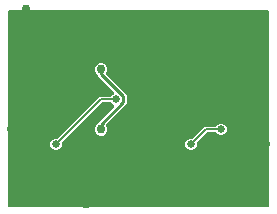
<source format=gbl>
G04 EAGLE Gerber RS-274X export*
G75*
%MOMM*%
%FSLAX34Y34*%
%LPD*%
%INBottom Copper*%
%IPPOS*%
%AMOC8*
5,1,8,0,0,1.08239X$1,22.5*%
G01*
%ADD10C,0.656400*%
%ADD11C,0.152400*%
%ADD12C,0.756400*%
%ADD13C,0.254000*%

G36*
X229788Y10176D02*
X229788Y10176D01*
X229907Y10183D01*
X229945Y10196D01*
X229986Y10201D01*
X230096Y10244D01*
X230209Y10281D01*
X230244Y10303D01*
X230281Y10318D01*
X230377Y10387D01*
X230478Y10451D01*
X230506Y10481D01*
X230539Y10504D01*
X230615Y10596D01*
X230696Y10683D01*
X230716Y10718D01*
X230741Y10749D01*
X230792Y10857D01*
X230850Y10961D01*
X230860Y11001D01*
X230877Y11037D01*
X230899Y11154D01*
X230929Y11269D01*
X230933Y11329D01*
X230937Y11349D01*
X230935Y11370D01*
X230939Y11430D01*
X230939Y175770D01*
X230924Y175888D01*
X230917Y176007D01*
X230904Y176045D01*
X230899Y176086D01*
X230856Y176196D01*
X230819Y176309D01*
X230797Y176344D01*
X230782Y176381D01*
X230713Y176477D01*
X230649Y176578D01*
X230619Y176606D01*
X230596Y176639D01*
X230504Y176715D01*
X230417Y176796D01*
X230382Y176816D01*
X230351Y176841D01*
X230243Y176892D01*
X230139Y176950D01*
X230099Y176960D01*
X230063Y176977D01*
X229946Y176999D01*
X229831Y177029D01*
X229771Y177033D01*
X229751Y177037D01*
X229730Y177035D01*
X229670Y177039D01*
X11430Y177039D01*
X11312Y177024D01*
X11193Y177017D01*
X11155Y177004D01*
X11114Y176999D01*
X11004Y176956D01*
X10891Y176919D01*
X10856Y176897D01*
X10819Y176882D01*
X10723Y176813D01*
X10622Y176749D01*
X10594Y176719D01*
X10561Y176696D01*
X10485Y176604D01*
X10404Y176517D01*
X10384Y176482D01*
X10359Y176451D01*
X10308Y176343D01*
X10250Y176239D01*
X10240Y176199D01*
X10223Y176163D01*
X10201Y176046D01*
X10171Y175931D01*
X10167Y175871D01*
X10163Y175851D01*
X10165Y175830D01*
X10161Y175770D01*
X10161Y11430D01*
X10176Y11312D01*
X10183Y11193D01*
X10196Y11155D01*
X10201Y11114D01*
X10244Y11004D01*
X10281Y10891D01*
X10303Y10856D01*
X10318Y10819D01*
X10387Y10723D01*
X10451Y10622D01*
X10481Y10594D01*
X10504Y10561D01*
X10596Y10485D01*
X10683Y10404D01*
X10718Y10384D01*
X10749Y10359D01*
X10857Y10308D01*
X10961Y10250D01*
X11001Y10240D01*
X11037Y10223D01*
X11154Y10201D01*
X11269Y10171D01*
X11329Y10167D01*
X11349Y10163D01*
X11370Y10165D01*
X11430Y10161D01*
X229670Y10161D01*
X229788Y10176D01*
G37*
%LPC*%
G36*
X49844Y58693D02*
X49844Y58693D01*
X48077Y59425D01*
X46725Y60777D01*
X45993Y62544D01*
X45993Y64456D01*
X46725Y66223D01*
X48077Y67575D01*
X49844Y68307D01*
X51847Y68307D01*
X51945Y68319D01*
X52044Y68322D01*
X52102Y68339D01*
X52163Y68347D01*
X52255Y68383D01*
X52350Y68411D01*
X52402Y68441D01*
X52458Y68464D01*
X52538Y68522D01*
X52624Y68572D01*
X52699Y68638D01*
X52716Y68650D01*
X52723Y68660D01*
X52745Y68678D01*
X87953Y103887D01*
X96563Y103887D01*
X96661Y103899D01*
X96761Y103902D01*
X96819Y103919D01*
X96879Y103927D01*
X96971Y103963D01*
X97066Y103991D01*
X97118Y104021D01*
X97174Y104044D01*
X97255Y104102D01*
X97340Y104152D01*
X97415Y104218D01*
X97432Y104230D01*
X97440Y104240D01*
X97461Y104258D01*
X98877Y105675D01*
X99447Y105911D01*
X99491Y105936D01*
X99537Y105953D01*
X99628Y106014D01*
X99724Y106069D01*
X99759Y106103D01*
X99800Y106131D01*
X99873Y106214D01*
X99952Y106290D01*
X99978Y106332D01*
X100011Y106370D01*
X100061Y106467D01*
X100118Y106561D01*
X100133Y106609D01*
X100156Y106653D01*
X100180Y106760D01*
X100212Y106865D01*
X100214Y106915D01*
X100225Y106963D01*
X100222Y107073D01*
X100227Y107183D01*
X100217Y107231D01*
X100216Y107281D01*
X100185Y107386D01*
X100163Y107494D01*
X100141Y107539D01*
X100127Y107586D01*
X100071Y107681D01*
X100023Y107780D01*
X99991Y107818D01*
X99966Y107860D01*
X99859Y107981D01*
X86105Y121735D01*
X86105Y121764D01*
X86093Y121862D01*
X86090Y121961D01*
X86073Y122020D01*
X86065Y122080D01*
X86029Y122172D01*
X86001Y122267D01*
X85971Y122319D01*
X85948Y122375D01*
X85890Y122455D01*
X85840Y122541D01*
X85774Y122616D01*
X85762Y122633D01*
X85752Y122640D01*
X85734Y122662D01*
X84401Y123994D01*
X83593Y125944D01*
X83593Y128056D01*
X84401Y130006D01*
X85894Y131499D01*
X87844Y132307D01*
X89956Y132307D01*
X91906Y131499D01*
X93399Y130006D01*
X94207Y128056D01*
X94207Y125944D01*
X93382Y123954D01*
X93321Y123884D01*
X93302Y123848D01*
X93278Y123817D01*
X93230Y123707D01*
X93176Y123601D01*
X93167Y123562D01*
X93151Y123525D01*
X93133Y123407D01*
X93106Y123291D01*
X93108Y123250D01*
X93101Y123211D01*
X93113Y123092D01*
X93116Y122973D01*
X93127Y122934D01*
X93131Y122894D01*
X93171Y122782D01*
X93205Y122667D01*
X93225Y122633D01*
X93239Y122595D01*
X93306Y122496D01*
X93366Y122393D01*
X93406Y122348D01*
X93417Y122332D01*
X93433Y122318D01*
X93472Y122273D01*
X110471Y105274D01*
X110471Y97926D01*
X93472Y80927D01*
X93399Y80833D01*
X93321Y80744D01*
X93302Y80708D01*
X93278Y80676D01*
X93230Y80567D01*
X93176Y80461D01*
X93167Y80421D01*
X93151Y80384D01*
X93133Y80267D01*
X93106Y80150D01*
X93108Y80110D01*
X93101Y80070D01*
X93113Y79951D01*
X93116Y79832D01*
X93127Y79794D01*
X93131Y79754D01*
X93171Y79641D01*
X93205Y79527D01*
X93225Y79492D01*
X93239Y79454D01*
X93306Y79356D01*
X93366Y79253D01*
X93391Y79225D01*
X94207Y77256D01*
X94207Y75144D01*
X93399Y73194D01*
X91906Y71701D01*
X89956Y70893D01*
X87844Y70893D01*
X85894Y71701D01*
X84401Y73194D01*
X83593Y75144D01*
X83593Y77256D01*
X84401Y79206D01*
X85734Y80538D01*
X85794Y80617D01*
X85862Y80689D01*
X85891Y80742D01*
X85928Y80790D01*
X85968Y80881D01*
X86016Y80967D01*
X86031Y81026D01*
X86055Y81082D01*
X86070Y81179D01*
X86095Y81275D01*
X86101Y81375D01*
X86105Y81396D01*
X86103Y81408D01*
X86105Y81436D01*
X86105Y81465D01*
X99859Y95219D01*
X99890Y95258D01*
X99926Y95291D01*
X99987Y95383D01*
X100054Y95470D01*
X100074Y95516D01*
X100101Y95557D01*
X100137Y95661D01*
X100180Y95762D01*
X100188Y95811D01*
X100204Y95858D01*
X100213Y95967D01*
X100230Y96076D01*
X100226Y96126D01*
X100230Y96175D01*
X100211Y96283D01*
X100201Y96393D01*
X100184Y96439D01*
X100175Y96488D01*
X100130Y96589D01*
X100093Y96692D01*
X100065Y96733D01*
X100045Y96778D01*
X99976Y96864D01*
X99914Y96955D01*
X99877Y96988D01*
X99846Y97027D01*
X99758Y97093D01*
X99676Y97165D01*
X99632Y97188D01*
X99592Y97218D01*
X99447Y97289D01*
X98877Y97525D01*
X97461Y98942D01*
X97382Y99002D01*
X97310Y99070D01*
X97257Y99099D01*
X97209Y99136D01*
X97119Y99176D01*
X97032Y99224D01*
X96973Y99239D01*
X96918Y99263D01*
X96820Y99278D01*
X96724Y99303D01*
X96624Y99309D01*
X96604Y99313D01*
X96591Y99311D01*
X96563Y99313D01*
X90373Y99313D01*
X90275Y99301D01*
X90176Y99298D01*
X90118Y99281D01*
X90057Y99273D01*
X89965Y99237D01*
X89870Y99209D01*
X89818Y99179D01*
X89762Y99156D01*
X89682Y99098D01*
X89596Y99048D01*
X89521Y98982D01*
X89504Y98970D01*
X89497Y98960D01*
X89475Y98942D01*
X55978Y65445D01*
X55918Y65366D01*
X55850Y65294D01*
X55821Y65241D01*
X55784Y65193D01*
X55744Y65102D01*
X55696Y65016D01*
X55681Y64957D01*
X55657Y64901D01*
X55642Y64803D01*
X55617Y64708D01*
X55611Y64608D01*
X55607Y64587D01*
X55609Y64575D01*
X55607Y64547D01*
X55607Y62544D01*
X54875Y60777D01*
X53523Y59425D01*
X51756Y58693D01*
X49844Y58693D01*
G37*
%LPD*%
%LPC*%
G36*
X164144Y58693D02*
X164144Y58693D01*
X162377Y59425D01*
X161025Y60777D01*
X160293Y62544D01*
X160293Y64456D01*
X161025Y66223D01*
X162377Y67575D01*
X164144Y68307D01*
X166147Y68307D01*
X166245Y68319D01*
X166344Y68322D01*
X166402Y68339D01*
X166463Y68347D01*
X166555Y68383D01*
X166650Y68411D01*
X166702Y68441D01*
X166758Y68464D01*
X166838Y68522D01*
X166924Y68572D01*
X166999Y68638D01*
X167016Y68650D01*
X167023Y68660D01*
X167045Y68678D01*
X176853Y78487D01*
X185463Y78487D01*
X185561Y78499D01*
X185660Y78502D01*
X185719Y78519D01*
X185779Y78527D01*
X185871Y78563D01*
X185966Y78591D01*
X186018Y78621D01*
X186074Y78644D01*
X186154Y78702D01*
X186240Y78752D01*
X186315Y78818D01*
X186332Y78830D01*
X186340Y78840D01*
X186361Y78858D01*
X187777Y80275D01*
X189544Y81007D01*
X191456Y81007D01*
X193223Y80275D01*
X194575Y78923D01*
X195307Y77156D01*
X195307Y75244D01*
X194575Y73477D01*
X193223Y72125D01*
X191456Y71393D01*
X189544Y71393D01*
X187777Y72125D01*
X186361Y73542D01*
X186282Y73602D01*
X186210Y73670D01*
X186157Y73699D01*
X186109Y73736D01*
X186018Y73776D01*
X185932Y73824D01*
X185873Y73839D01*
X185818Y73863D01*
X185720Y73878D01*
X185624Y73903D01*
X185524Y73909D01*
X185504Y73913D01*
X185491Y73911D01*
X185463Y73913D01*
X179273Y73913D01*
X179175Y73901D01*
X179076Y73898D01*
X179018Y73881D01*
X178957Y73873D01*
X178865Y73837D01*
X178770Y73809D01*
X178718Y73779D01*
X178662Y73756D01*
X178582Y73698D01*
X178496Y73648D01*
X178421Y73582D01*
X178404Y73570D01*
X178397Y73560D01*
X178375Y73542D01*
X170278Y65445D01*
X170218Y65366D01*
X170150Y65294D01*
X170121Y65241D01*
X170084Y65193D01*
X170044Y65102D01*
X169996Y65016D01*
X169981Y64957D01*
X169957Y64901D01*
X169942Y64803D01*
X169917Y64708D01*
X169911Y64608D01*
X169907Y64587D01*
X169909Y64575D01*
X169907Y64547D01*
X169907Y62544D01*
X169175Y60777D01*
X167823Y59425D01*
X166056Y58693D01*
X164144Y58693D01*
G37*
%LPD*%
D10*
X101600Y101600D03*
X50800Y63500D03*
D11*
X88900Y101600D01*
X101600Y101600D01*
D10*
X165100Y63500D03*
X190500Y76200D03*
D11*
X177800Y76200D02*
X165100Y63500D01*
X177800Y76200D02*
X190500Y76200D01*
D12*
X88900Y76200D03*
X88900Y127000D03*
D13*
X107676Y104117D02*
X107676Y99083D01*
X88900Y122893D02*
X88900Y127000D01*
X88900Y122893D02*
X107676Y104117D01*
X88900Y80307D02*
X88900Y76200D01*
X88900Y80307D02*
X107676Y99083D01*
D12*
X139700Y165100D03*
X139700Y114300D03*
X203200Y127000D03*
X228600Y63500D03*
X101600Y76200D03*
X63500Y38100D03*
X76200Y12700D03*
X25400Y177800D03*
X12700Y76200D03*
M02*

</source>
